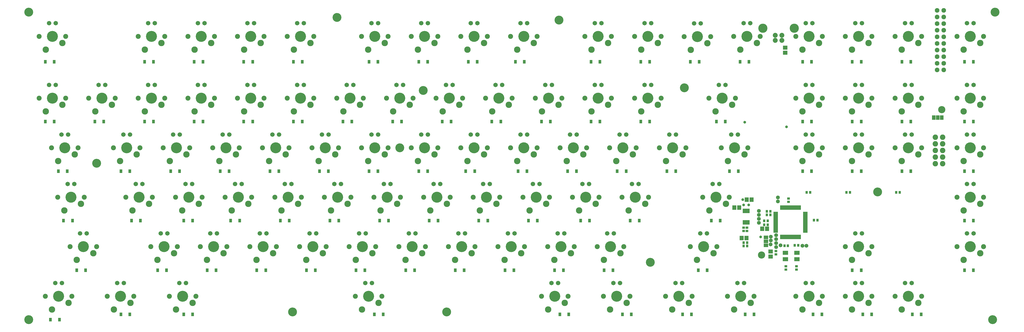
<source format=gbr>
G04 EAGLE Gerber X2 export*
G75*
%MOMM*%
%FSLAX34Y34*%
%LPD*%
%AMOC8*
5,1,8,0,0,1.08239X$1,22.5*%
G01*
%ADD10C,3.403200*%
%ADD11C,1.879600*%
%ADD12C,3.505200*%
%ADD13C,4.203200*%
%ADD14C,1.903200*%
%ADD15C,2.453200*%
%ADD16C,1.711200*%
%ADD17R,1.803200X0.503200*%
%ADD18R,0.503200X1.803200*%
%ADD19R,0.903200X1.103200*%
%ADD20R,1.503200X1.703200*%
%ADD21R,1.103200X0.903200*%
%ADD22R,1.703200X1.503200*%
%ADD23R,1.803400X1.371600*%
%ADD24C,2.743200*%
%ADD25P,1.869504X8X292.500000*%
%ADD26R,2.103200X1.603200*%
%ADD27C,2.082800*%
%ADD28R,1.371600X1.803400*%
%ADD29R,0.653200X1.653200*%
%ADD30R,1.103200X1.403200*%
%ADD31C,1.473200*%
%ADD32C,1.041400*%


D10*
X30000Y1210000D03*
X3730000Y1210000D03*
X3720000Y30000D03*
X30000Y30000D03*
X1450000Y690000D03*
X3280000Y520000D03*
X2410000Y250000D03*
X2060000Y1180000D03*
X1210000Y1190000D03*
X2540000Y920000D03*
X290000Y630000D03*
X1540000Y910000D03*
X1630000Y60000D03*
X1040000Y60000D03*
D11*
X2913180Y1101598D03*
X2888180Y1101598D03*
X2888180Y1121410D03*
X2913180Y1121410D03*
D12*
X2960878Y1148588D03*
X2840482Y1148588D03*
D13*
X120000Y1117500D03*
D14*
X69200Y1117500D03*
X170800Y1117500D03*
D15*
X158100Y1092100D03*
X94600Y1066700D03*
D16*
X132700Y1168300D03*
X107300Y1168300D03*
D13*
X500000Y1117500D03*
D14*
X449200Y1117500D03*
X550800Y1117500D03*
D15*
X538100Y1092100D03*
X474600Y1066700D03*
D16*
X512700Y1168300D03*
X487300Y1168300D03*
D13*
X690000Y1117500D03*
D14*
X639200Y1117500D03*
X740800Y1117500D03*
D15*
X728100Y1092100D03*
X664600Y1066700D03*
D16*
X702700Y1168300D03*
X677300Y1168300D03*
D13*
X880000Y1117500D03*
D14*
X829200Y1117500D03*
X930800Y1117500D03*
D15*
X918100Y1092100D03*
X854600Y1066700D03*
D16*
X892700Y1168300D03*
X867300Y1168300D03*
D13*
X1070000Y1117500D03*
D14*
X1019200Y1117500D03*
X1120800Y1117500D03*
D15*
X1108100Y1092100D03*
X1044600Y1066700D03*
D16*
X1082700Y1168300D03*
X1057300Y1168300D03*
D13*
X1355000Y1117500D03*
D14*
X1304200Y1117500D03*
X1405800Y1117500D03*
D15*
X1393100Y1092100D03*
X1329600Y1066700D03*
D16*
X1367700Y1168300D03*
X1342300Y1168300D03*
D13*
X1545000Y1117500D03*
D14*
X1494200Y1117500D03*
X1595800Y1117500D03*
D15*
X1583100Y1092100D03*
X1519600Y1066700D03*
D16*
X1557700Y1168300D03*
X1532300Y1168300D03*
D13*
X1735000Y1117500D03*
D14*
X1684200Y1117500D03*
X1785800Y1117500D03*
D15*
X1773100Y1092100D03*
X1709600Y1066700D03*
D16*
X1747700Y1168300D03*
X1722300Y1168300D03*
D13*
X1925000Y1117500D03*
D14*
X1874200Y1117500D03*
X1975800Y1117500D03*
D15*
X1963100Y1092100D03*
X1899600Y1066700D03*
D16*
X1937700Y1168300D03*
X1912300Y1168300D03*
D13*
X2210000Y1117500D03*
D14*
X2159200Y1117500D03*
X2260800Y1117500D03*
D15*
X2248100Y1092100D03*
X2184600Y1066700D03*
D16*
X2222700Y1168300D03*
X2197300Y1168300D03*
D13*
X2400000Y1117500D03*
D14*
X2349200Y1117500D03*
X2450800Y1117500D03*
D15*
X2438100Y1092100D03*
X2374600Y1066700D03*
D16*
X2412700Y1168300D03*
X2387300Y1168300D03*
D13*
X2590000Y1116500D03*
D14*
X2539200Y1116500D03*
X2640800Y1116500D03*
D15*
X2628100Y1091100D03*
X2564600Y1065700D03*
D16*
X2602700Y1167300D03*
X2577300Y1167300D03*
D13*
X2780000Y1117500D03*
D14*
X2729200Y1117500D03*
X2830800Y1117500D03*
D15*
X2818100Y1092100D03*
X2754600Y1066700D03*
D16*
X2792700Y1168300D03*
X2767300Y1168300D03*
D13*
X3017500Y1117500D03*
D14*
X2966700Y1117500D03*
X3068300Y1117500D03*
D15*
X3055600Y1092100D03*
X2992100Y1066700D03*
D16*
X3030200Y1168300D03*
X3004800Y1168300D03*
D13*
X3207500Y1117500D03*
D14*
X3156700Y1117500D03*
X3258300Y1117500D03*
D15*
X3245600Y1092100D03*
X3182100Y1066700D03*
D16*
X3220200Y1168300D03*
X3194800Y1168300D03*
D13*
X3397500Y1117500D03*
D14*
X3346700Y1117500D03*
X3448300Y1117500D03*
D15*
X3435600Y1092100D03*
X3372100Y1066700D03*
D16*
X3410200Y1168300D03*
X3384800Y1168300D03*
D13*
X3635000Y1117500D03*
D14*
X3584200Y1117500D03*
X3685800Y1117500D03*
D15*
X3673100Y1092100D03*
X3609600Y1066700D03*
D16*
X3647700Y1168300D03*
X3622300Y1168300D03*
D13*
X120000Y880000D03*
D14*
X69200Y880000D03*
X170800Y880000D03*
D15*
X158100Y854600D03*
X94600Y829200D03*
D16*
X132700Y930800D03*
X107300Y930800D03*
D13*
X310000Y880000D03*
D14*
X259200Y880000D03*
X360800Y880000D03*
D15*
X348100Y854600D03*
X284600Y829200D03*
D16*
X322700Y930800D03*
X297300Y930800D03*
D13*
X500000Y880000D03*
D14*
X449200Y880000D03*
X550800Y880000D03*
D15*
X538100Y854600D03*
X474600Y829200D03*
D16*
X512700Y930800D03*
X487300Y930800D03*
D13*
X690000Y880000D03*
D14*
X639200Y880000D03*
X740800Y880000D03*
D15*
X728100Y854600D03*
X664600Y829200D03*
D16*
X702700Y930800D03*
X677300Y930800D03*
D13*
X880000Y880000D03*
D14*
X829200Y880000D03*
X930800Y880000D03*
D15*
X918100Y854600D03*
X854600Y829200D03*
D16*
X892700Y930800D03*
X867300Y930800D03*
D13*
X1070000Y880000D03*
D14*
X1019200Y880000D03*
X1120800Y880000D03*
D15*
X1108100Y854600D03*
X1044600Y829200D03*
D16*
X1082700Y930800D03*
X1057300Y930800D03*
D13*
X1260000Y880000D03*
D14*
X1209200Y880000D03*
X1310800Y880000D03*
D15*
X1298100Y854600D03*
X1234600Y829200D03*
D16*
X1272700Y930800D03*
X1247300Y930800D03*
D13*
X1450000Y880000D03*
D14*
X1399200Y880000D03*
X1500800Y880000D03*
D15*
X1488100Y854600D03*
X1424600Y829200D03*
D16*
X1462700Y930800D03*
X1437300Y930800D03*
D13*
X1640000Y880000D03*
D14*
X1589200Y880000D03*
X1690800Y880000D03*
D15*
X1678100Y854600D03*
X1614600Y829200D03*
D16*
X1652700Y930800D03*
X1627300Y930800D03*
D13*
X1830000Y880000D03*
D14*
X1779200Y880000D03*
X1880800Y880000D03*
D15*
X1868100Y854600D03*
X1804600Y829200D03*
D16*
X1842700Y930800D03*
X1817300Y930800D03*
D13*
X2020000Y880000D03*
D14*
X1969200Y880000D03*
X2070800Y880000D03*
D15*
X2058100Y854600D03*
X1994600Y829200D03*
D16*
X2032700Y930800D03*
X2007300Y930800D03*
D13*
X2210000Y880000D03*
D14*
X2159200Y880000D03*
X2260800Y880000D03*
D15*
X2248100Y854600D03*
X2184600Y829200D03*
D16*
X2222700Y930800D03*
X2197300Y930800D03*
D13*
X2400000Y880000D03*
D14*
X2349200Y880000D03*
X2450800Y880000D03*
D15*
X2438100Y854600D03*
X2374600Y829200D03*
D16*
X2412700Y930800D03*
X2387300Y930800D03*
D13*
X2685000Y880000D03*
D14*
X2634200Y880000D03*
X2735800Y880000D03*
D15*
X2723100Y854600D03*
X2659600Y829200D03*
D16*
X2697700Y930800D03*
X2672300Y930800D03*
D13*
X3017500Y880000D03*
D14*
X2966700Y880000D03*
X3068300Y880000D03*
D15*
X3055600Y854600D03*
X2992100Y829200D03*
D16*
X3030200Y930800D03*
X3004800Y930800D03*
D13*
X3207500Y880000D03*
D14*
X3156700Y880000D03*
X3258300Y880000D03*
D15*
X3245600Y854600D03*
X3182100Y829200D03*
D16*
X3220200Y930800D03*
X3194800Y930800D03*
D13*
X3397500Y880000D03*
D14*
X3346700Y880000D03*
X3448300Y880000D03*
D15*
X3435600Y854600D03*
X3372100Y829200D03*
D16*
X3410200Y930800D03*
X3384800Y930800D03*
D13*
X3635000Y880000D03*
D14*
X3584200Y880000D03*
X3685800Y880000D03*
D15*
X3673100Y854600D03*
X3609600Y829200D03*
D16*
X3647700Y930800D03*
X3622300Y930800D03*
D13*
X167500Y690000D03*
D14*
X116700Y690000D03*
X218300Y690000D03*
D15*
X205600Y664600D03*
X142100Y639200D03*
D16*
X180200Y740800D03*
X154800Y740800D03*
D13*
X405000Y690000D03*
D14*
X354200Y690000D03*
X455800Y690000D03*
D15*
X443100Y664600D03*
X379600Y639200D03*
D16*
X417700Y740800D03*
X392300Y740800D03*
D13*
X595000Y690000D03*
D14*
X544200Y690000D03*
X645800Y690000D03*
D15*
X633100Y664600D03*
X569600Y639200D03*
D16*
X607700Y740800D03*
X582300Y740800D03*
D13*
X785000Y690000D03*
D14*
X734200Y690000D03*
X835800Y690000D03*
D15*
X823100Y664600D03*
X759600Y639200D03*
D16*
X797700Y740800D03*
X772300Y740800D03*
D13*
X975000Y690000D03*
D14*
X924200Y690000D03*
X1025800Y690000D03*
D15*
X1013100Y664600D03*
X949600Y639200D03*
D16*
X987700Y740800D03*
X962300Y740800D03*
D13*
X1165000Y690000D03*
D14*
X1114200Y690000D03*
X1215800Y690000D03*
D15*
X1203100Y664600D03*
X1139600Y639200D03*
D16*
X1177700Y740800D03*
X1152300Y740800D03*
D13*
X1355000Y690000D03*
D14*
X1304200Y690000D03*
X1405800Y690000D03*
D15*
X1393100Y664600D03*
X1329600Y639200D03*
D16*
X1367700Y740800D03*
X1342300Y740800D03*
D13*
X1545000Y690000D03*
D14*
X1494200Y690000D03*
X1595800Y690000D03*
D15*
X1583100Y664600D03*
X1519600Y639200D03*
D16*
X1557700Y740800D03*
X1532300Y740800D03*
D13*
X1735000Y690000D03*
D14*
X1684200Y690000D03*
X1785800Y690000D03*
D15*
X1773100Y664600D03*
X1709600Y639200D03*
D16*
X1747700Y740800D03*
X1722300Y740800D03*
D13*
X1925000Y690000D03*
D14*
X1874200Y690000D03*
X1975800Y690000D03*
D15*
X1963100Y664600D03*
X1899600Y639200D03*
D16*
X1937700Y740800D03*
X1912300Y740800D03*
D13*
X2115000Y690000D03*
D14*
X2064200Y690000D03*
X2165800Y690000D03*
D15*
X2153100Y664600D03*
X2089600Y639200D03*
D16*
X2127700Y740800D03*
X2102300Y740800D03*
D13*
X2305000Y690000D03*
D14*
X2254200Y690000D03*
X2355800Y690000D03*
D15*
X2343100Y664600D03*
X2279600Y639200D03*
D16*
X2317700Y740800D03*
X2292300Y740800D03*
D13*
X2495000Y690000D03*
D14*
X2444200Y690000D03*
X2545800Y690000D03*
D15*
X2533100Y664600D03*
X2469600Y639200D03*
D16*
X2507700Y740800D03*
X2482300Y740800D03*
D13*
X2732500Y690000D03*
D14*
X2681700Y690000D03*
X2783300Y690000D03*
D15*
X2770600Y664600D03*
X2707100Y639200D03*
D16*
X2745200Y740800D03*
X2719800Y740800D03*
D13*
X3017500Y690000D03*
D14*
X2966700Y690000D03*
X3068300Y690000D03*
D15*
X3055600Y664600D03*
X2992100Y639200D03*
D16*
X3030200Y740800D03*
X3004800Y740800D03*
D13*
X3207500Y690000D03*
D14*
X3156700Y690000D03*
X3258300Y690000D03*
D15*
X3245600Y664600D03*
X3182100Y639200D03*
D16*
X3220200Y740800D03*
X3194800Y740800D03*
D13*
X3397500Y690000D03*
D14*
X3346700Y690000D03*
X3448300Y690000D03*
D15*
X3435600Y664600D03*
X3372100Y639200D03*
D16*
X3410200Y740800D03*
X3384800Y740800D03*
D13*
X3635000Y690000D03*
D14*
X3584200Y690000D03*
X3685800Y690000D03*
D15*
X3673100Y664600D03*
X3609600Y639200D03*
D16*
X3647700Y740800D03*
X3622300Y740800D03*
D13*
X191250Y500000D03*
D14*
X140450Y500000D03*
X242050Y500000D03*
D15*
X229350Y474600D03*
X165850Y449200D03*
D16*
X203950Y550800D03*
X178550Y550800D03*
D13*
X452500Y500000D03*
D14*
X401700Y500000D03*
X503300Y500000D03*
D15*
X490600Y474600D03*
X427100Y449200D03*
D16*
X465200Y550800D03*
X439800Y550800D03*
D13*
X642500Y500000D03*
D14*
X591700Y500000D03*
X693300Y500000D03*
D15*
X680600Y474600D03*
X617100Y449200D03*
D16*
X655200Y550800D03*
X629800Y550800D03*
D13*
X832500Y500000D03*
D14*
X781700Y500000D03*
X883300Y500000D03*
D15*
X870600Y474600D03*
X807100Y449200D03*
D16*
X845200Y550800D03*
X819800Y550800D03*
D13*
X1022500Y500000D03*
D14*
X971700Y500000D03*
X1073300Y500000D03*
D15*
X1060600Y474600D03*
X997100Y449200D03*
D16*
X1035200Y550800D03*
X1009800Y550800D03*
D13*
X1212500Y500000D03*
D14*
X1161700Y500000D03*
X1263300Y500000D03*
D15*
X1250600Y474600D03*
X1187100Y449200D03*
D16*
X1225200Y550800D03*
X1199800Y550800D03*
D13*
X1402500Y500000D03*
D14*
X1351700Y500000D03*
X1453300Y500000D03*
D15*
X1440600Y474600D03*
X1377100Y449200D03*
D16*
X1415200Y550800D03*
X1389800Y550800D03*
D13*
X1592500Y500000D03*
D14*
X1541700Y500000D03*
X1643300Y500000D03*
D15*
X1630600Y474600D03*
X1567100Y449200D03*
D16*
X1605200Y550800D03*
X1579800Y550800D03*
D13*
X1782500Y500000D03*
D14*
X1731700Y500000D03*
X1833300Y500000D03*
D15*
X1820600Y474600D03*
X1757100Y449200D03*
D16*
X1795200Y550800D03*
X1769800Y550800D03*
D13*
X1972500Y500000D03*
D14*
X1921700Y500000D03*
X2023300Y500000D03*
D15*
X2010600Y474600D03*
X1947100Y449200D03*
D16*
X1985200Y550800D03*
X1959800Y550800D03*
D13*
X2162500Y500000D03*
D14*
X2111700Y500000D03*
X2213300Y500000D03*
D15*
X2200600Y474600D03*
X2137100Y449200D03*
D16*
X2175200Y550800D03*
X2149800Y550800D03*
D13*
X2352500Y500000D03*
D14*
X2301700Y500000D03*
X2403300Y500000D03*
D15*
X2390600Y474600D03*
X2327100Y449200D03*
D16*
X2365200Y550800D03*
X2339800Y550800D03*
D13*
X2661250Y500000D03*
D14*
X2610450Y500000D03*
X2712050Y500000D03*
D15*
X2699350Y474600D03*
X2635850Y449200D03*
D16*
X2673950Y550800D03*
X2648550Y550800D03*
D13*
X3635000Y500000D03*
D14*
X3584200Y500000D03*
X3685800Y500000D03*
D15*
X3673100Y474600D03*
X3609600Y449200D03*
D16*
X3647700Y550800D03*
X3622300Y550800D03*
D13*
X238750Y310000D03*
D14*
X187950Y310000D03*
X289550Y310000D03*
D15*
X276850Y284600D03*
X213350Y259200D03*
D16*
X251450Y360800D03*
X226050Y360800D03*
D13*
X547500Y310000D03*
D14*
X496700Y310000D03*
X598300Y310000D03*
D15*
X585600Y284600D03*
X522100Y259200D03*
D16*
X560200Y360800D03*
X534800Y360800D03*
D13*
X737500Y310000D03*
D14*
X686700Y310000D03*
X788300Y310000D03*
D15*
X775600Y284600D03*
X712100Y259200D03*
D16*
X750200Y360800D03*
X724800Y360800D03*
D13*
X927500Y310000D03*
D14*
X876700Y310000D03*
X978300Y310000D03*
D15*
X965600Y284600D03*
X902100Y259200D03*
D16*
X940200Y360800D03*
X914800Y360800D03*
D13*
X1117500Y310000D03*
D14*
X1066700Y310000D03*
X1168300Y310000D03*
D15*
X1155600Y284600D03*
X1092100Y259200D03*
D16*
X1130200Y360800D03*
X1104800Y360800D03*
D13*
X1307500Y310000D03*
D14*
X1256700Y310000D03*
X1358300Y310000D03*
D15*
X1345600Y284600D03*
X1282100Y259200D03*
D16*
X1320200Y360800D03*
X1294800Y360800D03*
D13*
X1497500Y310000D03*
D14*
X1446700Y310000D03*
X1548300Y310000D03*
D15*
X1535600Y284600D03*
X1472100Y259200D03*
D16*
X1510200Y360800D03*
X1484800Y360800D03*
D13*
X1687500Y310000D03*
D14*
X1636700Y310000D03*
X1738300Y310000D03*
D15*
X1725600Y284600D03*
X1662100Y259200D03*
D16*
X1700200Y360800D03*
X1674800Y360800D03*
D13*
X1877500Y310000D03*
D14*
X1826700Y310000D03*
X1928300Y310000D03*
D15*
X1915600Y284600D03*
X1852100Y259200D03*
D16*
X1890200Y360800D03*
X1864800Y360800D03*
D13*
X2067500Y310000D03*
D14*
X2016700Y310000D03*
X2118300Y310000D03*
D15*
X2105600Y284600D03*
X2042100Y259200D03*
D16*
X2080200Y360800D03*
X2054800Y360800D03*
D13*
X2257500Y310000D03*
D14*
X2206700Y310000D03*
X2308300Y310000D03*
D15*
X2295600Y284600D03*
X2232100Y259200D03*
D16*
X2270200Y360800D03*
X2244800Y360800D03*
D13*
X2613750Y310000D03*
D14*
X2562950Y310000D03*
X2664550Y310000D03*
D15*
X2651850Y284600D03*
X2588350Y259200D03*
D16*
X2626450Y360800D03*
X2601050Y360800D03*
D13*
X3207500Y310000D03*
D14*
X3156700Y310000D03*
X3258300Y310000D03*
D15*
X3245600Y284600D03*
X3182100Y259200D03*
D16*
X3220200Y360800D03*
X3194800Y360800D03*
D13*
X3635000Y310000D03*
D14*
X3584200Y310000D03*
X3685800Y310000D03*
D15*
X3673100Y284600D03*
X3609600Y259200D03*
D16*
X3647700Y360800D03*
X3622300Y360800D03*
D13*
X143750Y120000D03*
D14*
X92950Y120000D03*
X194550Y120000D03*
D15*
X181850Y94600D03*
X118350Y69200D03*
D16*
X156450Y170800D03*
X131050Y170800D03*
D13*
X381250Y120000D03*
D14*
X330450Y120000D03*
X432050Y120000D03*
D15*
X419350Y94600D03*
X355850Y69200D03*
D16*
X393950Y170800D03*
X368550Y170800D03*
D13*
X618750Y120000D03*
D14*
X567950Y120000D03*
X669550Y120000D03*
D15*
X656850Y94600D03*
X593350Y69200D03*
D16*
X631450Y170800D03*
X606050Y170800D03*
D13*
X1331250Y120000D03*
D14*
X1280450Y120000D03*
X1382050Y120000D03*
D15*
X1369350Y94600D03*
X1305850Y69200D03*
D16*
X1343950Y170800D03*
X1318550Y170800D03*
D13*
X2043750Y120000D03*
D14*
X1992950Y120000D03*
X2094550Y120000D03*
D15*
X2081850Y94600D03*
X2018350Y69200D03*
D16*
X2056450Y170800D03*
X2031050Y170800D03*
D13*
X2281250Y120000D03*
D14*
X2230450Y120000D03*
X2332050Y120000D03*
D15*
X2319350Y94600D03*
X2255850Y69200D03*
D16*
X2293950Y170800D03*
X2268550Y170800D03*
D13*
X2518750Y120000D03*
D14*
X2467950Y120000D03*
X2569550Y120000D03*
D15*
X2556850Y94600D03*
X2493350Y69200D03*
D16*
X2531450Y170800D03*
X2506050Y170800D03*
D13*
X2756250Y120000D03*
D14*
X2705450Y120000D03*
X2807050Y120000D03*
D15*
X2794350Y94600D03*
X2730850Y69200D03*
D16*
X2768950Y170800D03*
X2743550Y170800D03*
D13*
X3017500Y120000D03*
D14*
X2966700Y120000D03*
X3068300Y120000D03*
D15*
X3055600Y94600D03*
X2992100Y69200D03*
D16*
X3030200Y170800D03*
X3004800Y170800D03*
D13*
X3207500Y120000D03*
D14*
X3156700Y120000D03*
X3258300Y120000D03*
D15*
X3245600Y94600D03*
X3182100Y69200D03*
D16*
X3220200Y170800D03*
X3194800Y170800D03*
D13*
X3397500Y120000D03*
D14*
X3346700Y120000D03*
X3448300Y120000D03*
D15*
X3435600Y94600D03*
X3372100Y69200D03*
D16*
X3410200Y170800D03*
X3384800Y170800D03*
D17*
X3002900Y401360D03*
X3002900Y406360D03*
X3002900Y411360D03*
X3002900Y416360D03*
X3002900Y421360D03*
X3002900Y426360D03*
X3002900Y431360D03*
X3002900Y436360D03*
X3002900Y441360D03*
X3002900Y396360D03*
X3002900Y391360D03*
X3002900Y386360D03*
X3002900Y381360D03*
X3002900Y376360D03*
X3002900Y371360D03*
X3002900Y366360D03*
D18*
X2943900Y460360D03*
X2948900Y460360D03*
X2953900Y460360D03*
X2958900Y460360D03*
X2963900Y460360D03*
X2968900Y460360D03*
X2973900Y460360D03*
X2978900Y460360D03*
X2983900Y460360D03*
X2938900Y460360D03*
X2933900Y460360D03*
X2928900Y460360D03*
X2923900Y460360D03*
X2918900Y460360D03*
X2913900Y460360D03*
X2908900Y460360D03*
D17*
X2889900Y406360D03*
X2889900Y401360D03*
X2889900Y396360D03*
X2889900Y391360D03*
X2889900Y386360D03*
X2889900Y381360D03*
X2889900Y376360D03*
X2889900Y371360D03*
X2889900Y366360D03*
X2889900Y411360D03*
X2889900Y416360D03*
X2889900Y421360D03*
X2889900Y426360D03*
X2889900Y431360D03*
X2889900Y436360D03*
X2889900Y441360D03*
D18*
X2948900Y347360D03*
X2943900Y347360D03*
X2938900Y347360D03*
X2933900Y347360D03*
X2928900Y347360D03*
X2923900Y347360D03*
X2918900Y347360D03*
X2913900Y347360D03*
X2908900Y347360D03*
X2953900Y347360D03*
X2958900Y347360D03*
X2963900Y347360D03*
X2968900Y347360D03*
X2973900Y347360D03*
X2978900Y347360D03*
X2983900Y347360D03*
D19*
X2858920Y393700D03*
X2845920Y393700D03*
D20*
X2856840Y378460D03*
X2837840Y378460D03*
D19*
X2858920Y408940D03*
X2845920Y408940D03*
D20*
X2778100Y342900D03*
X2759100Y342900D03*
D19*
X2780180Y325120D03*
X2767180Y325120D03*
X2780180Y312420D03*
X2767180Y312420D03*
D21*
X2938780Y481815D03*
X2938780Y494815D03*
D19*
X3036420Y411480D03*
X3049420Y411480D03*
D21*
X2890520Y293520D03*
X2890520Y280520D03*
D22*
X2870200Y291440D03*
X2870200Y272440D03*
D19*
X2936390Y313690D03*
X2923390Y313690D03*
D22*
X2926080Y1073760D03*
X2926080Y1054760D03*
D23*
X2852420Y314960D03*
X2852420Y330200D03*
X2852420Y345440D03*
D24*
X2835275Y278130D03*
D19*
X2962760Y314960D03*
X2975760Y314960D03*
D25*
X3533140Y1216660D03*
X3533140Y1191260D03*
X3533140Y1165860D03*
X3533140Y1140460D03*
X3533140Y1115060D03*
X3533140Y1089660D03*
X3507740Y1216660D03*
X3507740Y1191260D03*
X3507740Y1165860D03*
X3507740Y1140460D03*
X3507740Y1115060D03*
X3507740Y1089660D03*
X3533140Y1064260D03*
X3533140Y1038860D03*
X3507740Y1064260D03*
X3507740Y1038860D03*
X3533140Y1013460D03*
X3507740Y1013460D03*
X3533140Y988060D03*
X3507740Y988060D03*
D26*
X2970940Y262320D03*
X2926940Y262320D03*
X2926940Y286320D03*
X2970940Y286320D03*
D21*
X2969260Y235100D03*
X2969260Y222100D03*
X2928620Y235100D03*
X2928620Y222100D03*
D19*
X2869080Y431800D03*
X2856080Y431800D03*
X2869080Y445770D03*
X2856080Y445770D03*
D27*
X3501390Y628650D03*
X3529330Y628650D03*
X3501390Y654050D03*
X3529330Y654050D03*
X3501390Y679450D03*
X3529330Y679450D03*
X3501390Y704850D03*
X3529330Y704850D03*
X3501390Y730250D03*
X3529330Y730250D03*
D28*
X3495040Y805180D03*
X3510280Y805180D03*
X3525520Y805180D03*
D24*
X3525520Y835660D03*
D19*
X3021480Y518160D03*
X3008480Y518160D03*
X3160880Y518160D03*
X3173880Y518160D03*
X3351380Y518160D03*
X3364380Y518160D03*
D29*
X2773605Y403450D03*
X2767105Y403450D03*
X2780105Y403450D03*
X2786605Y403450D03*
X2786605Y447450D03*
X2780105Y447450D03*
X2773605Y447450D03*
X2767105Y447450D03*
D20*
X2778785Y490220D03*
X2797785Y490220D03*
D21*
X2780030Y383055D03*
X2780030Y370055D03*
X2766695Y383055D03*
X2766695Y370055D03*
D20*
X2750160Y459740D03*
X2731160Y459740D03*
D30*
X127000Y1020000D03*
X93000Y1020000D03*
X127000Y790000D03*
X93000Y790000D03*
X177000Y600000D03*
X143000Y600000D03*
X197000Y410000D03*
X163000Y410000D03*
X247000Y220000D03*
X213000Y220000D03*
X147000Y30000D03*
X113000Y30000D03*
X507000Y1020000D03*
X473000Y1020000D03*
X317000Y790000D03*
X283000Y790000D03*
X417000Y600000D03*
X383000Y600000D03*
X457000Y410000D03*
X423000Y410000D03*
X557000Y220000D03*
X523000Y220000D03*
X417000Y50000D03*
X383000Y50000D03*
X697000Y1020000D03*
X663000Y1020000D03*
X507000Y790000D03*
X473000Y790000D03*
X607000Y600000D03*
X573000Y600000D03*
X657000Y410000D03*
X623000Y410000D03*
X747000Y220000D03*
X713000Y220000D03*
X657000Y50000D03*
X623000Y50000D03*
X887000Y1020000D03*
X853000Y1020000D03*
X697000Y790000D03*
X663000Y790000D03*
X797000Y600000D03*
X763000Y600000D03*
X837000Y410000D03*
X803000Y410000D03*
X937000Y220000D03*
X903000Y220000D03*
X1387000Y50000D03*
X1353000Y50000D03*
X1077000Y1020000D03*
X1043000Y1020000D03*
X887000Y790000D03*
X853000Y790000D03*
X987000Y600000D03*
X953000Y600000D03*
X1027000Y410000D03*
X993000Y410000D03*
X1127000Y220000D03*
X1093000Y220000D03*
X2097000Y50000D03*
X2063000Y50000D03*
X1367000Y1020000D03*
X1333000Y1020000D03*
X1077000Y790000D03*
X1043000Y790000D03*
X1177000Y600000D03*
X1143000Y600000D03*
X1217000Y410000D03*
X1183000Y410000D03*
X1317000Y220000D03*
X1283000Y220000D03*
X2337000Y50000D03*
X2303000Y50000D03*
X1557000Y1020000D03*
X1523000Y1020000D03*
X1267000Y790000D03*
X1233000Y790000D03*
X1367000Y600000D03*
X1333000Y600000D03*
X1407000Y410000D03*
X1373000Y410000D03*
X1507000Y220000D03*
X1473000Y220000D03*
X2567000Y50000D03*
X2533000Y50000D03*
X1747000Y1020000D03*
X1713000Y1020000D03*
X1457000Y790000D03*
X1423000Y790000D03*
X1557000Y600000D03*
X1523000Y600000D03*
X1597000Y410000D03*
X1563000Y410000D03*
X1697000Y220000D03*
X1663000Y220000D03*
X2807000Y50000D03*
X2773000Y50000D03*
X1927000Y1020000D03*
X1893000Y1020000D03*
X1647000Y790000D03*
X1613000Y790000D03*
X1737000Y600000D03*
X1703000Y600000D03*
X1787000Y410000D03*
X1753000Y410000D03*
X1887000Y220000D03*
X1853000Y220000D03*
X3067000Y50000D03*
X3033000Y50000D03*
X2217000Y1020000D03*
X2183000Y1020000D03*
X1837000Y790000D03*
X1803000Y790000D03*
X1937000Y600000D03*
X1903000Y600000D03*
X1977000Y410000D03*
X1943000Y410000D03*
X2077000Y220000D03*
X2043000Y220000D03*
X3257000Y50000D03*
X3223000Y50000D03*
X2407000Y1020000D03*
X2373000Y1020000D03*
X2027000Y790000D03*
X1993000Y790000D03*
X2127000Y600000D03*
X2093000Y600000D03*
X2177000Y410000D03*
X2143000Y410000D03*
X2267000Y220000D03*
X2233000Y220000D03*
X3447000Y50000D03*
X3413000Y50000D03*
X2597000Y1020000D03*
X2563000Y1020000D03*
X2217000Y790000D03*
X2183000Y790000D03*
X2317000Y600000D03*
X2283000Y600000D03*
X2367000Y410000D03*
X2333000Y410000D03*
X2627000Y220000D03*
X2593000Y220000D03*
X2787000Y1020000D03*
X2753000Y1020000D03*
X2407000Y790000D03*
X2373000Y790000D03*
X2507000Y600000D03*
X2473000Y600000D03*
X2677000Y410000D03*
X2643000Y410000D03*
X3217000Y220000D03*
X3183000Y220000D03*
X3027000Y1020000D03*
X2993000Y1020000D03*
X2697000Y790000D03*
X2663000Y790000D03*
X2747000Y600000D03*
X2713000Y600000D03*
X3647000Y410000D03*
X3613000Y410000D03*
X3647000Y220000D03*
X3613000Y220000D03*
X3217000Y1020000D03*
X3183000Y1020000D03*
X3027000Y790000D03*
X2993000Y790000D03*
X3027000Y600000D03*
X2993000Y600000D03*
X3407000Y1020000D03*
X3373000Y1020000D03*
X3217000Y790000D03*
X3183000Y790000D03*
X3217000Y600000D03*
X3183000Y600000D03*
X3647000Y1020000D03*
X3613000Y1020000D03*
X3407000Y790000D03*
X3373000Y790000D03*
X3407000Y600000D03*
X3373000Y600000D03*
X3647000Y790000D03*
X3613000Y790000D03*
X3647000Y600000D03*
X3613000Y600000D03*
D31*
X2825750Y431800D03*
X2825750Y416560D03*
X2825750Y401320D03*
X2825750Y447040D03*
X2871270Y348760D03*
X2871470Y334010D03*
X2870200Y318770D03*
X2891790Y323850D03*
X2891790Y308610D03*
X2891790Y339090D03*
X2891790Y354330D03*
X2908300Y314960D03*
X2992120Y313690D03*
X3007360Y313690D03*
X2898140Y483870D03*
X2898140Y499110D03*
D32*
X2763520Y490220D03*
X2931160Y769620D03*
X2771140Y787400D03*
X2786380Y469900D03*
X2767330Y469900D03*
X2832368Y347712D03*
M02*

</source>
